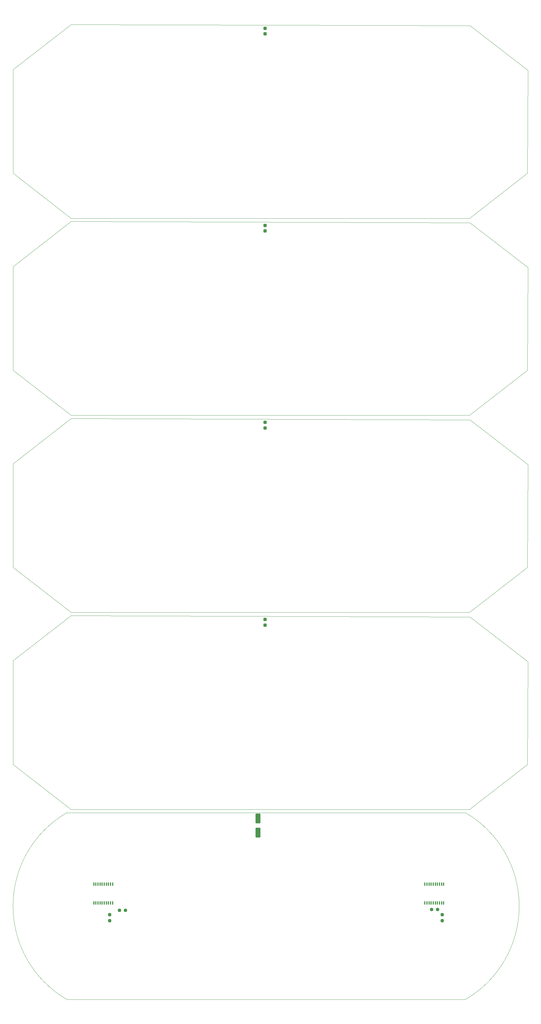
<source format=gbr>
%TF.GenerationSoftware,KiCad,Pcbnew,7.0.6-7.0.6~ubuntu20.04.1*%
%TF.CreationDate,2023-07-11T09:11:54+02:00*%
%TF.ProjectId,output_panel2023-07-11_071138.9032810000,6f757470-7574-45f7-9061-6e656c323032,rev?*%
%TF.SameCoordinates,Original*%
%TF.FileFunction,Paste,Bot*%
%TF.FilePolarity,Positive*%
%FSLAX45Y45*%
G04 Gerber Fmt 4.5, Leading zero omitted, Abs format (unit mm)*
G04 Created by KiCad (PCBNEW 7.0.6-7.0.6~ubuntu20.04.1) date 2023-07-11 09:11:54*
%MOMM*%
%LPD*%
G01*
G04 APERTURE LIST*
G04 Aperture macros list*
%AMRoundRect*
0 Rectangle with rounded corners*
0 $1 Rounding radius*
0 $2 $3 $4 $5 $6 $7 $8 $9 X,Y pos of 4 corners*
0 Add a 4 corners polygon primitive as box body*
4,1,4,$2,$3,$4,$5,$6,$7,$8,$9,$2,$3,0*
0 Add four circle primitives for the rounded corners*
1,1,$1+$1,$2,$3*
1,1,$1+$1,$4,$5*
1,1,$1+$1,$6,$7*
1,1,$1+$1,$8,$9*
0 Add four rect primitives between the rounded corners*
20,1,$1+$1,$2,$3,$4,$5,0*
20,1,$1+$1,$4,$5,$6,$7,0*
20,1,$1+$1,$6,$7,$8,$9,0*
20,1,$1+$1,$8,$9,$2,$3,0*%
G04 Aperture macros list end*
%TA.AperFunction,Profile*%
%ADD10C,0.100000*%
%TD*%
%TA.AperFunction,Profile*%
%ADD11C,0.050000*%
%TD*%
%ADD12RoundRect,0.237500X-0.237500X0.300000X-0.237500X-0.300000X0.237500X-0.300000X0.237500X0.300000X0*%
%ADD13RoundRect,0.237500X0.237500X-0.250000X0.237500X0.250000X-0.237500X0.250000X-0.237500X-0.250000X0*%
%ADD14R,0.400000X1.000000*%
%ADD15RoundRect,0.237500X-0.250000X-0.237500X0.250000X-0.237500X0.250000X0.237500X-0.250000X0.237500X0*%
%ADD16RoundRect,0.250000X-0.550000X1.250000X-0.550000X-1.250000X0.550000X-1.250000X0.550000X1.250000X0*%
%ADD17RoundRect,0.237500X0.250000X0.237500X-0.250000X0.237500X-0.250000X-0.237500X0.250000X-0.237500X0*%
G04 APERTURE END LIST*
D10*
X16050000Y-23029999D02*
X14250000Y-24429999D01*
X14250000Y-6070000D02*
X1850000Y-6070000D01*
X16070000Y-7599999D02*
X16050000Y-10789999D01*
X50000Y-13689999D02*
X1850000Y-12289999D01*
D11*
X14123822Y-30329999D02*
G75*
G03*
X14123822Y-24529999I-1674316J2900000D01*
G01*
D10*
X14250000Y-18309999D02*
X1850000Y-18309999D01*
X1850000Y-12289999D02*
X14270000Y-12329999D01*
X1723822Y-24529999D02*
X14123822Y-24529999D01*
X1723822Y-30329999D02*
X14123822Y-30329999D01*
X50000Y-23029999D02*
X50000Y-19809999D01*
X16050000Y-10789999D02*
X14250000Y-12189999D01*
X14250000Y-12189999D02*
X1850000Y-12189999D01*
X50000Y-16909999D02*
X50000Y-13689999D01*
X1850000Y-18409999D02*
X14270000Y-18449999D01*
X1850000Y-6169999D02*
X14270000Y-6209999D01*
X14250000Y-24429999D02*
X1850000Y-24429999D01*
X50000Y-1450000D02*
X1850000Y-50000D01*
X16050000Y-16909999D02*
X14250000Y-18309999D01*
X14270000Y-6209999D02*
X16070000Y-7599999D01*
X1850000Y-18309999D02*
X50000Y-16909999D01*
X16070000Y-13719999D02*
X16050000Y-16909999D01*
X50000Y-10789999D02*
X50000Y-7569999D01*
X1850000Y-6070000D02*
X50000Y-4670000D01*
X1850000Y-24429999D02*
X50000Y-23029999D01*
D11*
X1723822Y-24529999D02*
G75*
G03*
X1723822Y-30329999I1674316J-2900000D01*
G01*
D10*
X50000Y-7569999D02*
X1850000Y-6169999D01*
X14270000Y-90000D02*
X16070000Y-1480000D01*
X1850000Y-12189999D02*
X50000Y-10789999D01*
X14270000Y-12329999D02*
X16070000Y-13719999D01*
X14270000Y-18449999D02*
X16070000Y-19839999D01*
X50000Y-4670000D02*
X50000Y-1450000D01*
X16070000Y-19839999D02*
X16050000Y-23029999D01*
X16070000Y-1480000D02*
X16050000Y-4670000D01*
X50000Y-19809999D02*
X1850000Y-18409999D01*
X16050000Y-4670000D02*
X14250000Y-6070000D01*
X1850000Y-50000D02*
X14270000Y-90000D01*
D12*
X7890000Y-12409999D03*
X7890000Y-12582499D03*
D13*
X3054822Y-27881249D03*
X3054822Y-27698749D03*
D12*
X7890000Y-18529999D03*
X7890000Y-18702499D03*
X7890000Y-6289999D03*
X7890000Y-6462499D03*
D14*
X3147322Y-27329999D03*
X3082322Y-27329999D03*
X3017322Y-27329999D03*
X2952322Y-27329999D03*
X2887322Y-27329999D03*
X2822322Y-27329999D03*
X2757322Y-27329999D03*
X2692322Y-27329999D03*
X2627322Y-27329999D03*
X2562322Y-27329999D03*
X2562322Y-26749999D03*
X2627322Y-26749999D03*
X2692322Y-26749999D03*
X2757322Y-26749999D03*
X2822322Y-26749999D03*
X2887322Y-26749999D03*
X2952322Y-26749999D03*
X3017322Y-26749999D03*
X3082322Y-26749999D03*
X3147322Y-26749999D03*
D13*
X13404822Y-27881249D03*
X13404822Y-27698749D03*
D15*
X13073572Y-27539999D03*
X13256072Y-27539999D03*
D12*
X7890000Y-170000D03*
X7890000Y-342500D03*
D16*
X7666822Y-24706999D03*
X7666822Y-25146999D03*
D14*
X13447322Y-27329999D03*
X13382322Y-27329999D03*
X13317322Y-27329999D03*
X13252322Y-27329999D03*
X13187322Y-27329999D03*
X13122322Y-27329999D03*
X13057322Y-27329999D03*
X12992322Y-27329999D03*
X12927322Y-27329999D03*
X12862322Y-27329999D03*
X12862322Y-26749999D03*
X12927322Y-26749999D03*
X12992322Y-26749999D03*
X13057322Y-26749999D03*
X13122322Y-26749999D03*
X13187322Y-26749999D03*
X13252322Y-26749999D03*
X13317322Y-26749999D03*
X13382322Y-26749999D03*
X13447322Y-26749999D03*
D17*
X3546072Y-27559999D03*
X3363572Y-27559999D03*
M02*

</source>
